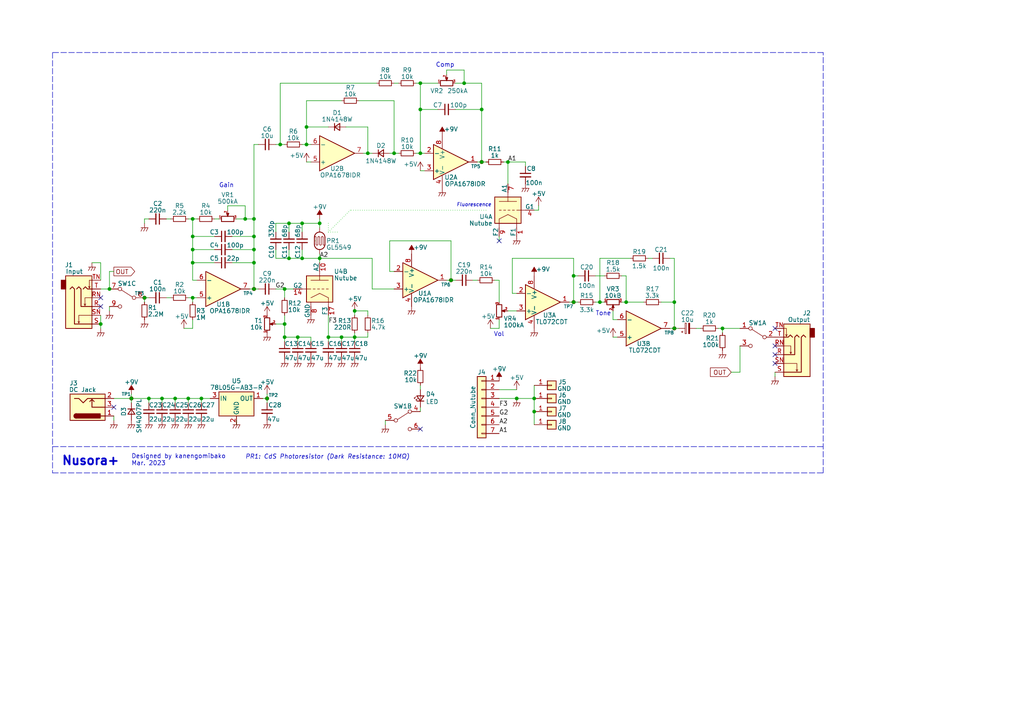
<source format=kicad_sch>
(kicad_sch (version 20230121) (generator eeschema)
  (paper "A4")
  (junction (at 130.81 81.28))
  (junction (at 134.62 24.13))
  (junction (at 106.68 44.45))
  (junction (at 99.06 97.79))
  (junction (at 86.36 97.79))
  (junction (at 121.92 44.45))
  (junction (at 38.1 115.57))
  (junction (at 73.66 83.82))
  (junction (at 114.3 44.45))
  (junction (at 50.8 115.57))
  (junction (at 55.88 76.2))
  (junction (at 83.82 74.93))
  (junction (at 82.55 97.79))
  (junction (at 139.7 46.99))
  (junction (at 87.63 74.93))
  (junction (at 71.12 63.5))
  (junction (at 92.71 64.77))
  (junction (at 87.63 64.77))
  (junction (at 121.92 24.13))
  (junction (at 41.91 86.36))
  (junction (at 54.61 115.57))
  (junction (at 154.94 119.38))
  (junction (at 58.42 115.57))
  (junction (at 81.28 41.91))
  (junction (at 209.55 95.25))
  (junction (at 88.9 36.83))
  (junction (at 195.58 95.25))
  (junction (at 121.92 31.75))
  (junction (at 166.37 80.01))
  (junction (at 82.55 93.98))
  (junction (at 46.99 115.57))
  (junction (at 166.37 87.63))
  (junction (at 73.66 68.58))
  (junction (at 102.87 97.79))
  (junction (at 55.88 68.58))
  (junction (at 31.75 83.82))
  (junction (at 88.9 41.91))
  (junction (at 83.82 64.77))
  (junction (at 82.55 83.82))
  (junction (at 181.61 87.63))
  (junction (at 55.88 63.5))
  (junction (at 173.99 87.63))
  (junction (at 55.88 86.36))
  (junction (at 77.47 115.57))
  (junction (at 147.32 46.99))
  (junction (at 29.21 93.98))
  (junction (at 102.87 90.17))
  (junction (at 95.25 97.79))
  (junction (at 55.88 72.39))
  (junction (at 73.66 63.5))
  (junction (at 73.66 76.2))
  (junction (at 154.94 115.57))
  (junction (at 43.18 115.57))
  (junction (at 149.86 115.57))
  (junction (at 195.58 87.63))
  (junction (at 73.66 72.39))
  (junction (at 139.7 31.75))
  (junction (at 92.71 74.93))
  (no_connect (at 29.21 86.36))
  (no_connect (at 29.21 88.9))
  (no_connect (at 144.78 69.85))
  (no_connect (at 224.79 105.41))
  (no_connect (at 224.79 100.33))
  (no_connect (at 224.79 95.25))
  (no_connect (at 224.79 102.87))
  (no_connect (at 121.92 124.46))
  (no_connect (at 33.02 118.11))
  (wire (pts (xy 80.01 93.98) (xy 82.55 93.98)))
  (wire (pts (xy 144.78 113.03) (xy 149.86 113.03)))
  (wire (pts (xy 121.92 24.13) (xy 120.65 24.13)))
  (wire (pts (xy 73.66 83.82) (xy 72.39 83.82)))
  (wire (pts (xy 154.94 60.96) (xy 156.21 60.96)))
  (wire (pts (xy 107.95 83.82) (xy 114.3 83.82)))
  (wire (pts (xy 29.21 91.44) (xy 29.21 93.98)))
  (wire (pts (xy 132.08 24.13) (xy 134.62 24.13)))
  (wire (pts (xy 127 31.75) (xy 121.92 31.75)))
  (wire (pts (xy 95.25 91.44) (xy 95.25 97.79)))
  (wire (pts (xy 172.72 87.63) (xy 173.99 87.63)))
  (wire (pts (xy 82.55 41.91) (xy 81.28 41.91)))
  (wire (pts (xy 68.58 121.92) (xy 68.58 123.19)))
  (wire (pts (xy 154.94 111.76) (xy 154.94 115.57)))
  (wire (pts (xy 48.26 63.5) (xy 49.53 63.5)))
  (wire (pts (xy 143.51 81.28) (xy 144.78 81.28)))
  (wire (pts (xy 55.88 68.58) (xy 62.23 68.58)))
  (wire (pts (xy 121.92 24.13) (xy 121.92 31.75)))
  (wire (pts (xy 114.3 24.13) (xy 115.57 24.13)))
  (wire (pts (xy 152.4 46.99) (xy 152.4 48.26)))
  (wire (pts (xy 139.7 24.13) (xy 134.62 24.13)))
  (wire (pts (xy 80.01 72.39) (xy 80.01 74.93)))
  (wire (pts (xy 55.88 76.2) (xy 62.23 76.2)))
  (wire (pts (xy 87.63 67.31) (xy 87.63 64.77)))
  (wire (pts (xy 165.1 87.63) (xy 166.37 87.63)))
  (wire (pts (xy 177.8 92.71) (xy 179.07 92.71)))
  (wire (pts (xy 102.87 97.79) (xy 106.68 97.79)))
  (wire (pts (xy 139.7 31.75) (xy 139.7 24.13)))
  (wire (pts (xy 54.61 115.57) (xy 58.42 115.57)))
  (wire (pts (xy 29.21 76.2) (xy 26.67 76.2)))
  (wire (pts (xy 73.66 68.58) (xy 73.66 72.39)))
  (wire (pts (xy 99.06 99.06) (xy 99.06 97.79)))
  (wire (pts (xy 73.66 83.82) (xy 74.93 83.82)))
  (wire (pts (xy 41.91 63.5) (xy 43.18 63.5)))
  (wire (pts (xy 88.9 36.83) (xy 88.9 41.91)))
  (wire (pts (xy 148.59 85.09) (xy 148.59 74.93)))
  (wire (pts (xy 106.68 36.83) (xy 106.68 44.45)))
  (wire (pts (xy 106.68 96.52) (xy 106.68 97.79)))
  (wire (pts (xy 67.31 76.2) (xy 73.66 76.2)))
  (wire (pts (xy 195.58 95.25) (xy 196.85 95.25)))
  (wire (pts (xy 154.94 119.38) (xy 154.94 123.19)))
  (wire (pts (xy 90.17 41.91) (xy 88.9 41.91)))
  (wire (pts (xy 134.62 20.32) (xy 134.62 24.13)))
  (wire (pts (xy 147.32 46.99) (xy 152.4 46.99)))
  (wire (pts (xy 138.43 81.28) (xy 137.16 81.28)))
  (wire (pts (xy 46.99 116.84) (xy 46.99 115.57)))
  (polyline (pts (xy 238.76 15.24) (xy 15.24 15.24)) (stroke (width 0) (type dash)))
  (wire (pts (xy 113.03 44.45) (xy 114.3 44.45)))
  (wire (pts (xy 209.55 95.25) (xy 214.63 95.25)))
  (wire (pts (xy 41.91 64.77) (xy 41.91 63.5)))
  (wire (pts (xy 68.58 63.5) (xy 71.12 63.5)))
  (wire (pts (xy 83.82 74.93) (xy 83.82 72.39)))
  (wire (pts (xy 120.65 44.45) (xy 121.92 44.45)))
  (wire (pts (xy 144.78 81.28) (xy 144.78 87.63)))
  (wire (pts (xy 214.63 107.95) (xy 212.09 107.95)))
  (wire (pts (xy 80.01 67.31) (xy 80.01 64.77)))
  (wire (pts (xy 88.9 41.91) (xy 87.63 41.91)))
  (polyline (pts (xy 101.6 60.96) (xy 95.25 67.31)) (stroke (width 0) (type dot) (color 0 194 0 1)))
  (wire (pts (xy 121.92 24.13) (xy 127 24.13)))
  (wire (pts (xy 71.12 59.69) (xy 71.12 63.5)))
  (wire (pts (xy 55.88 68.58) (xy 55.88 72.39)))
  (wire (pts (xy 29.21 81.28) (xy 29.21 76.2)))
  (wire (pts (xy 81.28 41.91) (xy 81.28 24.13)))
  (wire (pts (xy 181.61 87.63) (xy 186.69 87.63)))
  (wire (pts (xy 54.61 86.36) (xy 55.88 86.36)))
  (wire (pts (xy 106.68 91.44) (xy 106.68 90.17)))
  (wire (pts (xy 77.47 115.57) (xy 77.47 116.84)))
  (wire (pts (xy 149.86 115.57) (xy 154.94 115.57)))
  (wire (pts (xy 149.86 90.17) (xy 147.32 90.17)))
  (wire (pts (xy 177.8 97.79) (xy 179.07 97.79)))
  (wire (pts (xy 166.37 87.63) (xy 166.37 80.01)))
  (wire (pts (xy 139.7 46.99) (xy 140.97 46.99)))
  (wire (pts (xy 121.92 119.38) (xy 121.92 118.11)))
  (wire (pts (xy 50.8 115.57) (xy 46.99 115.57)))
  (wire (pts (xy 41.91 86.36) (xy 43.18 86.36)))
  (wire (pts (xy 147.32 46.99) (xy 147.32 53.34)))
  (wire (pts (xy 92.71 74.93) (xy 92.71 76.2)))
  (wire (pts (xy 100.33 36.83) (xy 106.68 36.83)))
  (wire (pts (xy 55.88 76.2) (xy 55.88 81.28)))
  (wire (pts (xy 66.04 59.69) (xy 71.12 59.69)))
  (wire (pts (xy 82.55 99.06) (xy 82.55 97.79)))
  (wire (pts (xy 132.08 31.75) (xy 139.7 31.75)))
  (wire (pts (xy 62.23 63.5) (xy 63.5 63.5)))
  (wire (pts (xy 115.57 44.45) (xy 114.3 44.45)))
  (wire (pts (xy 102.87 90.17) (xy 106.68 90.17)))
  (wire (pts (xy 76.2 115.57) (xy 77.47 115.57)))
  (wire (pts (xy 55.88 72.39) (xy 55.88 76.2)))
  (wire (pts (xy 55.88 86.36) (xy 57.15 86.36)))
  (wire (pts (xy 87.63 64.77) (xy 92.71 64.77)))
  (wire (pts (xy 57.15 63.5) (xy 55.88 63.5)))
  (wire (pts (xy 95.25 36.83) (xy 88.9 36.83)))
  (wire (pts (xy 95.25 97.79) (xy 99.06 97.79)))
  (wire (pts (xy 102.87 90.17) (xy 102.87 91.44)))
  (wire (pts (xy 81.28 24.13) (xy 109.22 24.13)))
  (polyline (pts (xy 140.97 60.96) (xy 101.6 60.96)) (stroke (width 0) (type dot) (color 0 194 0 1)))
  (wire (pts (xy 107.95 44.45) (xy 106.68 44.45)))
  (wire (pts (xy 102.87 97.79) (xy 102.87 99.06)))
  (wire (pts (xy 113.03 69.85) (xy 130.81 69.85)))
  (wire (pts (xy 55.88 92.71) (xy 55.88 95.25)))
  (wire (pts (xy 201.93 95.25) (xy 203.2 95.25)))
  (wire (pts (xy 50.8 116.84) (xy 50.8 115.57)))
  (wire (pts (xy 195.58 74.93) (xy 195.58 87.63)))
  (wire (pts (xy 121.92 111.76) (xy 121.92 113.03)))
  (wire (pts (xy 114.3 78.74) (xy 113.03 78.74)))
  (wire (pts (xy 130.81 81.28) (xy 132.08 81.28)))
  (wire (pts (xy 82.55 97.79) (xy 86.36 97.79)))
  (wire (pts (xy 71.12 63.5) (xy 73.66 63.5)))
  (wire (pts (xy 92.71 74.93) (xy 107.95 74.93)))
  (wire (pts (xy 173.99 74.93) (xy 173.99 87.63)))
  (wire (pts (xy 130.81 69.85) (xy 130.81 81.28)))
  (wire (pts (xy 31.75 78.74) (xy 31.75 83.82)))
  (wire (pts (xy 80.01 64.77) (xy 83.82 64.77)))
  (polyline (pts (xy 15.24 137.16) (xy 238.76 137.16)) (stroke (width 0) (type dash)))
  (wire (pts (xy 177.8 90.17) (xy 177.8 92.71)))
  (wire (pts (xy 80.01 83.82) (xy 82.55 83.82)))
  (wire (pts (xy 90.17 97.79) (xy 90.17 99.06)))
  (polyline (pts (xy 238.76 137.16) (xy 238.76 15.24)) (stroke (width 0) (type dash)))
  (wire (pts (xy 148.59 74.93) (xy 166.37 74.93)))
  (wire (pts (xy 83.82 67.31) (xy 83.82 64.77)))
  (wire (pts (xy 138.43 46.99) (xy 139.7 46.99)))
  (wire (pts (xy 167.64 87.63) (xy 166.37 87.63)))
  (wire (pts (xy 104.14 29.21) (xy 114.3 29.21)))
  (wire (pts (xy 38.1 115.57) (xy 38.1 116.84)))
  (polyline (pts (xy 91.44 69.85) (xy 91.44 69.85)) (stroke (width 0) (type dot) (color 0 194 0 1)))
  (wire (pts (xy 55.88 87.63) (xy 55.88 86.36)))
  (wire (pts (xy 180.34 87.63) (xy 181.61 87.63)))
  (wire (pts (xy 54.61 116.84) (xy 54.61 115.57)))
  (wire (pts (xy 33.02 78.74) (xy 31.75 78.74)))
  (wire (pts (xy 73.66 41.91) (xy 73.66 63.5)))
  (wire (pts (xy 209.55 95.25) (xy 208.28 95.25)))
  (wire (pts (xy 129.54 81.28) (xy 130.81 81.28)))
  (wire (pts (xy 41.91 87.63) (xy 41.91 86.36)))
  (wire (pts (xy 107.95 74.93) (xy 107.95 83.82)))
  (wire (pts (xy 114.3 29.21) (xy 114.3 44.45)))
  (wire (pts (xy 149.86 115.57) (xy 144.78 115.57)))
  (wire (pts (xy 146.05 46.99) (xy 147.32 46.99)))
  (wire (pts (xy 38.1 115.57) (xy 43.18 115.57)))
  (wire (pts (xy 29.21 83.82) (xy 31.75 83.82)))
  (wire (pts (xy 43.18 115.57) (xy 46.99 115.57)))
  (wire (pts (xy 144.78 69.85) (xy 144.78 68.58)))
  (wire (pts (xy 31.75 88.9) (xy 31.75 90.17)))
  (wire (pts (xy 166.37 74.93) (xy 166.37 80.01)))
  (wire (pts (xy 173.99 74.93) (xy 182.88 74.93)))
  (wire (pts (xy 82.55 83.82) (xy 82.55 86.36)))
  (wire (pts (xy 194.31 74.93) (xy 195.58 74.93)))
  (wire (pts (xy 129.54 21.59) (xy 129.54 20.32)))
  (wire (pts (xy 156.21 60.96) (xy 156.21 59.69)))
  (wire (pts (xy 180.34 80.01) (xy 181.61 80.01)))
  (wire (pts (xy 82.55 93.98) (xy 82.55 97.79)))
  (wire (pts (xy 33.02 120.65) (xy 33.02 121.92)))
  (wire (pts (xy 58.42 116.84) (xy 58.42 115.57)))
  (wire (pts (xy 214.63 100.33) (xy 214.63 107.95)))
  (wire (pts (xy 66.04 60.96) (xy 66.04 59.69)))
  (wire (pts (xy 29.21 93.98) (xy 29.21 95.25)))
  (wire (pts (xy 55.88 95.25) (xy 53.34 95.25)))
  (wire (pts (xy 38.1 114.3) (xy 38.1 115.57)))
  (wire (pts (xy 111.76 121.92) (xy 111.76 123.19)))
  (wire (pts (xy 166.37 80.01) (xy 167.64 80.01)))
  (wire (pts (xy 55.88 72.39) (xy 62.23 72.39)))
  (polyline (pts (xy 95.25 67.31) (xy 98.425 67.31)) (stroke (width 0) (type dot) (color 0 194 0 1)))
  (wire (pts (xy 99.06 97.79) (xy 102.87 97.79)))
  (wire (pts (xy 92.71 73.66) (xy 92.71 74.93)))
  (wire (pts (xy 73.66 76.2) (xy 73.66 83.82)))
  (wire (pts (xy 82.55 83.82) (xy 85.09 83.82)))
  (wire (pts (xy 113.03 69.85) (xy 113.03 78.74)))
  (wire (pts (xy 121.92 44.45) (xy 123.19 44.45)))
  (wire (pts (xy 144.78 92.71) (xy 144.78 95.25)))
  (wire (pts (xy 154.94 115.57) (xy 154.94 119.38)))
  (wire (pts (xy 86.36 99.06) (xy 86.36 97.79)))
  (wire (pts (xy 57.15 81.28) (xy 55.88 81.28)))
  (polyline (pts (xy 95.25 64.77) (xy 95.25 67.31)) (stroke (width 0) (type dot) (color 0 194 0 1)))
  (wire (pts (xy 195.58 87.63) (xy 195.58 95.25)))
  (wire (pts (xy 87.63 72.39) (xy 87.63 74.93)))
  (wire (pts (xy 175.26 87.63) (xy 173.99 87.63)))
  (wire (pts (xy 77.47 115.57) (xy 77.47 114.3)))
  (wire (pts (xy 73.66 72.39) (xy 67.31 72.39)))
  (polyline (pts (xy 15.24 15.24) (xy 15.24 137.16)) (stroke (width 0) (type dash)))
  (wire (pts (xy 121.92 49.53) (xy 123.19 49.53)))
  (wire (pts (xy 81.28 41.91) (xy 80.01 41.91)))
  (wire (pts (xy 149.86 85.09) (xy 148.59 85.09)))
  (wire (pts (xy 209.55 96.52) (xy 209.55 95.25)))
  (wire (pts (xy 54.61 115.57) (xy 50.8 115.57)))
  (wire (pts (xy 73.66 63.5) (xy 73.66 68.58)))
  (wire (pts (xy 43.18 116.84) (xy 43.18 115.57)))
  (polyline (pts (xy 15.24 129.54) (xy 238.76 129.54)) (stroke (width 0) (type dash)))
  (wire (pts (xy 189.23 74.93) (xy 187.96 74.93)))
  (wire (pts (xy 194.31 95.25) (xy 195.58 95.25)))
  (wire (pts (xy 86.36 97.79) (xy 90.17 97.79)))
  (wire (pts (xy 172.72 80.01) (xy 175.26 80.01)))
  (wire (pts (xy 99.06 29.21) (xy 88.9 29.21)))
  (wire (pts (xy 106.68 44.45) (xy 105.41 44.45)))
  (wire (pts (xy 54.61 63.5) (xy 55.88 63.5)))
  (wire (pts (xy 87.63 74.93) (xy 83.82 74.93)))
  (wire (pts (xy 88.9 29.21) (xy 88.9 36.83)))
  (wire (pts (xy 191.77 87.63) (xy 195.58 87.63)))
  (wire (pts (xy 74.93 41.91) (xy 73.66 41.91)))
  (wire (pts (xy 83.82 64.77) (xy 87.63 64.77)))
  (wire (pts (xy 144.78 95.25) (xy 142.24 95.25)))
  (wire (pts (xy 80.01 74.93) (xy 83.82 74.93)))
  (wire (pts (xy 139.7 46.99) (xy 139.7 31.75)))
  (wire (pts (xy 95.25 97.79) (xy 95.25 99.06)))
  (wire (pts (xy 129.54 20.32) (xy 134.62 20.32)))
  (wire (pts (xy 121.92 31.75) (xy 121.92 44.45)))
  (wire (pts (xy 73.66 72.39) (xy 73.66 76.2)))
  (wire (pts (xy 33.02 115.57) (xy 38.1 115.57)))
  (wire (pts (xy 87.63 74.93) (xy 92.71 74.93)))
  (wire (pts (xy 102.87 96.52) (xy 102.87 97.79)))
  (wire (pts (xy 48.26 86.36) (xy 49.53 86.36)))
  (wire (pts (xy 181.61 80.01) (xy 181.61 87.63)))
  (wire (pts (xy 82.55 91.44) (xy 82.55 93.98)))
  (wire (pts (xy 55.88 63.5) (xy 55.88 68.58)))
  (wire (pts (xy 90.17 46.99) (xy 88.9 46.99)))
  (wire (pts (xy 58.42 115.57) (xy 60.96 115.57)))
  (wire (pts (xy 92.71 64.77) (xy 92.71 66.04)))
  (wire (pts (xy 67.31 68.58) (xy 73.66 68.58)))
  (wire (pts (xy 92.71 63.5) (xy 92.71 64.77)))
  (wire (pts (xy 224.79 109.22) (xy 224.79 107.95)))
  (text "_{Fluorescence}" (at 132.3975 60.0075 0) (effects (font (size 1.27 1.27) italic) (justify left bottom)))
  (text "Vol" (at 143.1925 97.79 0) (effects (font (size 1.27 1.27)) (justify left bottom)))
  (text "Nusora+" (at 17.78 135.255 0) (effects (font (size 2.54 2.54) (thickness 0.508) bold) (justify left bottom)))
  (text "Gain" (at 63.5 54.61 0) (effects (font (size 1.27 1.27)) (justify left bottom)))
  (text "Designed by kanengomibako\nMar. 2023" (at 38.1 135.255 0) (effects (font (size 1.27 1.27)) (justify left bottom)))
  (text "PR1: CdS Photoresistor (Dark Resistance: 10MΩ)" (at 71.12 133.35 0) (effects (font (size 1.27 1.27) italic) (justify left bottom)))
  (text "Comp" (at 126.365 19.685 0) (effects (font (size 1.27 1.27)) (justify left bottom)))
  (text "Tone" (at 172.72 91.7575 0) (effects (font (size 1.27 1.27)) (justify left bottom)))
  (label "G2" (at 82.55 83.82 180))
  (label "A1" (at 144.78 125.73 0))
  (label "A2" (at 92.71 74.93 0))
  (label "F3" (at 144.78 118.11 0))
  (label "G2" (at 144.78 120.65 0))
  (label "A2" (at 144.78 123.19 0))
  (label "F3" (at 95.25 93.98 0))
  (label "A1" (at 147.32 46.99 0))
  (global_label "OUT" (shape output) (at 33.02 78.74 0) (property "Intersheetrefs" "${INTERSHEET_REFS}" (effects hide)))
  (global_label "OUT" (shape input) (at 212.09 107.95 180) (property "Intersheetrefs" "${INTERSHEET_REFS}" (effects hide)))
  (symbol (lib_id "Device:C_Small") (at 83.82 69.85 0) (mirror x) (unit 1)
    (property "Reference" "C11" (at 82.55 71.12 90) (effects (justify left)))
    (property "Value" "68p" (at 82.55 68.8975 90) (effects (justify right)))
    (property "Footprint" "Capacitor_SMD:C_0603_1608Metric" (effects hide))
    (property "Datasheet" "CL10C680JB8NNNC" (effects hide))
  )
  (symbol (lib_id "Connector:TestPoint_Small") (at 41.91 86.36 0) (unit 1)
    (property "Reference" "TP3" (at 39.0525 85.09 0) (effects (font (size 0.9525 0.9525)) (justify left)))
    (property "Value" "FX_IN" (effects hide))
    (property "Footprint" "myFoot:my_SmallestPad_0-6mmDrill" (effects hide))
  )
  (symbol (lib_name "GND_2") (lib_id "power:GND") (at 26.67 76.2 0) (unit 1)
    (property "Reference" "#PWR01" (effects hide))
    (property "Value" "GND" (effects hide))
  )
  (symbol (lib_id "power:+9V") (at 154.94 80.01 0) (unit 1)
    (property "Reference" "#PWR029" (effects hide))
    (property "Value" "+9V" (at 157.48 78.105 0))
  )
  (symbol (lib_id "myLib:SW_3PDT") (at 36.83 86.36 0) (mirror y) (unit 3)
    (property "Reference" "SW1" (at 36.83 82.2325 0))
    (property "Value" "SW_3PDT" (effects hide))
    (property "Footprint" "myFoot:my_sw_3pdt_fujisoku" (effects hide))
  )
  (symbol (lib_id "power:+5V") (at 102.87 90.17 0) (unit 1)
    (property "Reference" "#PWR023" (effects hide))
    (property "Value" "+5V" (at 102.87 86.6775 0))
  )
  (symbol (lib_name "GND_2") (lib_id "power:GND") (at 54.61 121.92 0) (unit 1)
    (property "Reference" "#PWR040" (effects hide))
    (property "Value" "GND" (effects hide))
  )
  (symbol (lib_name "GND_2") (lib_id "power:GND") (at 102.87 104.14 0) (unit 1)
    (property "Reference" "#PWR024" (effects hide))
    (property "Value" "GND" (effects hide))
  )
  (symbol (lib_id "Connector_Generic:Conn_01x07") (at 139.7 118.11 0) (mirror y) (unit 1)
    (property "Reference" "J4" (at 139.7 107.95 0))
    (property "Value" "Conn_Nutube" (at 137.16 118.11 90))
    (property "Footprint" "Connector_PinHeader_2.54mm:PinHeader_1x07_P2.54mm_Vertical" (effects hide))
  )
  (symbol (lib_id "Connector:TestPoint_Small") (at 38.1 115.57 0) (unit 1)
    (property "Reference" "TP1" (at 35.2425 114.3 0) (effects (font (size 0.9525 0.9525)) (justify left)))
    (property "Value" "+9V" (effects hide))
    (property "Footprint" "myFoot:my_SmallestPad_0-6mmDrill" (effects hide))
  )
  (symbol (lib_id "Amplifier_Operational:TL072") (at 121.92 81.28 0) (mirror x) (unit 1)
    (property "Reference" "U1" (at 123.19 85.09 0))
    (property "Value" "OPA1678IDR" (at 125.73 86.995 0))
    (property "Footprint" "myFoot:SOIC-8_3.9x4.9mm_P1.27mm_rotate" (effects hide))
    (property "Datasheet" "OPA1678IDR" (effects hide))
  )
  (symbol (lib_name "GND_2") (lib_id "power:GND") (at 90.17 104.14 0) (unit 1)
    (property "Reference" "#PWR019" (effects hide))
    (property "Value" "GND" (effects hide))
  )
  (symbol (lib_id "Device:R_Small") (at 177.8 80.01 90) (unit 1)
    (property "Reference" "R18" (at 177.8 76.2 90))
    (property "Value" "1.5k" (at 177.8 78.105 90))
    (property "Footprint" "Resistor_SMD:R_0603_1608Metric" (effects hide))
    (property "Datasheet" "0603WAF1501T5E" (effects hide))
  )
  (symbol (lib_name "GND_2") (lib_id "power:GND") (at 86.36 104.14 0) (unit 1)
    (property "Reference" "#PWR017" (effects hide))
    (property "Value" "GND" (effects hide))
  )
  (symbol (lib_id "Regulator_Linear:L78L05_SOT89") (at 68.58 115.57 0) (unit 1)
    (property "Reference" "U5" (at 68.58 110.49 0))
    (property "Value" "78L05G-AB3-R" (at 68.58 112.395 0))
    (property "Footprint" "myFoot:SOT-89-3-rotate" (effects hide))
    (property "Datasheet" "78L05G-AB3-R" (effects hide))
  )
  (symbol (lib_name "GND_2") (lib_id "power:GND") (at 68.58 121.92 0) (unit 1)
    (property "Reference" "#PWR042" (effects hide))
    (property "Value" "GND" (effects hide))
  )
  (symbol (lib_id "Connector_Generic:Conn_01x01") (at 160.02 123.19 0) (unit 1)
    (property "Reference" "J8" (at 161.925 122.2375 0) (effects (justify left)))
    (property "Value" "GND" (at 161.6075 124.1425 0) (effects (justify left)))
    (property "Footprint" "Connector_PinHeader_2.54mm:PinHeader_1x01_P2.54mm_Vertical" (effects hide))
  )
  (symbol (lib_id "power:+5V") (at 156.21 59.69 0) (mirror y) (unit 1)
    (property "Reference" "#PWR013" (effects hide))
    (property "Value" "+5V" (at 156.21 56.1975 0))
  )
  (symbol (lib_id "Device:R_Small") (at 170.18 87.63 90) (unit 1)
    (property "Reference" "R15" (at 170.18 85.725 90))
    (property "Value" "3.3k" (at 170.18 89.8525 90))
    (property "Footprint" "Resistor_SMD:R_0603_1608Metric" (effects hide))
    (property "Datasheet" "0603WAF3301T5E" (effects hide))
  )
  (symbol (lib_id "power:+5V") (at 77.47 91.44 0) (unit 1)
    (property "Reference" "#PWR014" (effects hide))
    (property "Value" "+5V" (at 77.47 87.9475 0))
  )
  (symbol (lib_id "Amplifier_Operational:TL072") (at 186.69 95.25 0) (mirror x) (unit 2)
    (property "Reference" "U3" (at 186.69 99.695 0))
    (property "Value" "TL072CDT" (at 187.0075 101.6 0))
    (property "Footprint" "myFoot:SOIC-8_3.9x4.9mm_P1.27mm_rotate" (effects hide))
    (property "Datasheet" "TL072CDT" (effects hide))
  )
  (symbol (lib_name "GND_2") (lib_id "power:GND") (at 99.06 104.14 0) (unit 1)
    (property "Reference" "#PWR022" (effects hide))
    (property "Value" "GND" (effects hide))
  )
  (symbol (lib_id "Connector_Generic:Conn_01x01") (at 160.02 111.76 0) (unit 1)
    (property "Reference" "J5" (at 161.925 110.8075 0) (effects (justify left)))
    (property "Value" "GND" (at 161.6075 112.7125 0) (effects (justify left)))
    (property "Footprint" "Connector_PinHeader_2.54mm:PinHeader_1x01_P2.54mm_Vertical" (effects hide))
  )
  (symbol (lib_id "Device:R_Small") (at 52.07 63.5 90) (unit 1)
    (property "Reference" "R5" (at 52.07 59.69 90))
    (property "Value" "2.2k" (at 52.07 61.595 90))
    (property "Footprint" "Resistor_SMD:R_0603_1608Metric" (effects hide))
    (property "Datasheet" "0603WAF2201T5E" (effects hide))
  )
  (symbol (lib_id "Device:C_Small") (at 77.47 41.91 270) (unit 1)
    (property "Reference" "C6" (at 77.47 37.465 90))
    (property "Value" "10u" (at 77.47 39.37 90))
    (property "Footprint" "Capacitor_SMD:C_1206_3216Metric" (effects hide))
    (property "Datasheet" "CL31A106KBHNNNE" (effects hide))
  )
  (symbol (lib_id "Device:C_Small") (at 82.55 101.6 0) (unit 1)
    (property "Reference" "C13" (at 82.55 99.695 0) (effects (justify left)))
    (property "Value" "47u" (at 82.55 103.8225 0) (effects (justify left)))
    (property "Footprint" "Capacitor_SMD:C_1206_3216Metric" (effects hide))
    (property "Datasheet" "CL31A476MPHNNNE" (effects hide))
  )
  (symbol (lib_id "Device:C_Small") (at 80.01 69.85 0) (mirror x) (unit 1)
    (property "Reference" "C10" (at 78.74 71.12 90) (effects (justify left)))
    (property "Value" "330p" (at 78.74 68.8975 90) (effects (justify right)))
    (property "Footprint" "Capacitor_SMD:C_0603_1608Metric" (effects hide))
    (property "Datasheet" "CL10C331JB8NNNC" (effects hide))
  )
  (symbol (lib_id "Device:C_Small") (at 90.17 101.6 0) (unit 1)
    (property "Reference" "C15" (at 90.17 99.695 0) (effects (justify left)))
    (property "Value" "47u" (at 90.17 103.8225 0) (effects (justify left)))
    (property "Footprint" "Capacitor_SMD:C_1206_3216Metric" (effects hide))
    (property "Datasheet" "CL31A476MPHNNNE" (effects hide))
  )
  (symbol (lib_id "Amplifier_Operational:TL072") (at 64.77 83.82 0) (mirror x) (unit 2)
    (property "Reference" "U1" (at 64.77 88.265 0))
    (property "Value" "OPA1678IDR" (at 66.675 90.17 0))
    (property "Footprint" "myFoot:SOIC-8_3.9x4.9mm_P1.27mm_rotate" (effects hide))
    (property "Datasheet" "OPA1678IDR" (effects hide))
  )
  (symbol (lib_name "GND_2") (lib_id "power:GND") (at 77.47 96.52 0) (unit 1)
    (property "Reference" "#PWR015" (effects hide))
    (property "Value" "GND" (effects hide))
  )
  (symbol (lib_id "Connector:TestPoint_Small") (at 195.58 95.25 0) (unit 1)
    (property "Reference" "TP8" (at 192.7225 96.52 0) (effects (font (size 0.9525 0.9525)) (justify left)))
    (property "Value" "U3B_OUT" (effects hide))
    (property "Footprint" "myFoot:my_SmallestPad_0-6mmDrill" (effects hide))
  )
  (symbol (lib_name "GND_2") (lib_id "power:GND") (at 38.1 121.92 0) (unit 1)
    (property "Reference" "#PWR036" (effects hide))
    (property "Value" "GND" (effects hide))
  )
  (symbol (lib_id "Device:R_Small") (at 121.92 109.22 0) (mirror y) (unit 1)
    (property "Reference" "R22" (at 120.9675 108.2675 0) (effects (justify left)))
    (property "Value" "10k" (at 120.9675 110.1725 0) (effects (justify left)))
    (property "Footprint" "Resistor_SMD:R_0603_1608Metric" (effects hide))
    (property "Datasheet" "0603WAF1002T5E" (effects hide))
  )
  (symbol (lib_name "GND_2") (lib_id "power:GND") (at 149.86 115.57 0) (unit 1)
    (property "Reference" "#PWR048" (effects hide))
    (property "Value" "GND" (effects hide))
  )
  (symbol (lib_id "Device:C_Small") (at 64.77 68.58 90) (mirror x) (unit 1)
    (property "Reference" "C3" (at 63.5 67.31 90) (effects (justify left)))
    (property "Value" "100p" (at 65.7225 67.31 90) (effects (justify right)))
    (property "Footprint" "Capacitor_SMD:C_0603_1608Metric" (effects hide))
    (property "Datasheet" "CL10C101JB8NNNC" (effects hide))
  )
  (symbol (lib_id "Device:D_Small") (at 38.1 119.38 90) (mirror x) (unit 1)
    (property "Reference" "D3" (at 35.8775 119.38 0))
    (property "Value" "SM4007PL" (at 40.3225 120.65 0))
    (property "Footprint" "Diode_SMD:D_SOD-123F" (effects hide))
    (property "Datasheet" "SM4007PL" (effects hide))
  )
  (symbol (lib_name "GND_2") (lib_id "power:GND") (at 128.27 54.61 0) (unit 1)
    (property "Reference" "#PWR010" (effects hide))
    (property "Value" "GND" (effects hide))
  )
  (symbol (lib_id "Device:C_Small") (at 45.72 63.5 270) (unit 1)
    (property "Reference" "C2" (at 45.72 59.055 90))
    (property "Value" "220n" (at 45.72 60.96 90))
    (property "Footprint" "Capacitor_SMD:C_1206_3216Metric" (effects hide))
    (property "Datasheet" "GRM31C5C1H224JE02L" (effects hide))
  )
  (symbol (lib_id "power:+5V") (at 77.47 114.3 0) (unit 1)
    (property "Reference" "#PWR043" (effects hide))
    (property "Value" "+5V" (at 77.47 110.8075 0))
  )
  (symbol (lib_id "Device:R_Small") (at 106.68 93.98 0) (unit 1)
    (property "Reference" "R16" (at 107.6325 93.0275 0) (effects (justify left)))
    (property "Value" "4.7k" (at 107.6325 94.9325 0) (effects (justify left)))
    (property "Footprint" "Resistor_SMD:R_0603_1608Metric" (effects hide))
    (property "Datasheet" "0603WAF4701T5E" (effects hide))
  )
  (symbol (lib_name "GND_2") (lib_id "power:GND") (at 41.91 92.71 0) (unit 1)
    (property "Reference" "#PWR05" (effects hide))
    (property "Value" "GND" (effects hide))
  )
  (symbol (lib_id "Device:C_Small") (at 129.54 31.75 90) (mirror x) (unit 1)
    (property "Reference" "C7" (at 128.27 30.48 90) (effects (justify left)))
    (property "Value" "100p" (at 130.4925 30.48 90) (effects (justify right)))
    (property "Footprint" "Capacitor_SMD:C_0603_1608Metric" (effects hide))
    (property "Datasheet" "CL10C101JB8NNNC" (effects hide))
  )
  (symbol (lib_name "GND_2") (lib_id "power:GND") (at 43.18 121.92 0) (unit 1)
    (property "Reference" "#PWR037" (effects hide))
    (property "Value" "GND" (effects hide))
  )
  (symbol (lib_id "power:+5V") (at 53.34 95.25 0) (unit 1)
    (property "Reference" "#PWR06" (effects hide))
    (property "Value" "+5V" (at 52.705 91.7575 0))
  )
  (symbol (lib_name "GND_2") (lib_id "power:GND") (at 41.91 64.77 0) (unit 1)
    (property "Reference" "#PWR04" (effects hide))
    (property "Value" "GND" (effects hide))
  )
  (symbol (lib_id "Amplifier_Operational:TL072") (at 121.92 81.28 0) (unit 3)
    (property "Reference" "U1" (effects hide))
    (property "Value" "OPA1678IDR" (effects hide))
    (property "Footprint" "myFoot:SOIC-8_3.9x4.9mm_P1.27mm_rotate" (effects hide))
    (property "Datasheet" "OPA1678IDR" (effects hide))
  )
  (symbol (lib_id "Device:C_Small") (at 77.47 119.38 0) (unit 1)
    (property "Reference" "C28" (at 77.7875 117.475 0) (effects (justify left)))
    (property "Value" "47u" (at 77.47 121.6025 0) (effects (justify left)))
    (property "Footprint" "Capacitor_SMD:C_1206_3216Metric" (effects hide))
    (property "Datasheet" "CL31A476MPHNNNE" (effects hide))
  )
  (symbol (lib_id "Device:R_Potentiometer_Small") (at 177.8 87.63 90) (mirror x) (unit 1)
    (property "Reference" "VR3" (at 177.8 83.82 90))
    (property "Value" "10kB" (at 177.8 85.725 90))
    (property "Footprint" "myFoot:my_pot123" (effects hide))
  )
  (symbol (lib_id "Connector:AudioJack3_Switch") (at 229.87 102.87 180) (unit 1)
    (property "Reference" "J2" (at 233.9975 90.805 0))
    (property "Value" "Output" (at 234.95 92.71 0) (effects (justify left)))
    (property "Footprint" "myFoot:my_Phone_Jack_Daier" (effects hide))
  )
  (symbol (lib_id "power:+5V") (at 177.8 97.79 0) (unit 1)
    (property "Reference" "#PWR031" (effects hide))
    (property "Value" "+5V" (at 174.9425 95.885 0))
  )
  (symbol (lib_id "Device:D_Small") (at 110.49 44.45 0) (mirror x) (unit 1)
    (property "Reference" "D2" (at 110.49 42.2275 0))
    (property "Value" "1N4148W" (at 110.49 46.6725 0))
    (property "Footprint" "Diode_SMD:D_SOD-123" (effects hide))
    (property "Datasheet" "1N4148W" (effects hide))
  )
  (symbol (lib_id "Device:C_Small") (at 54.61 119.38 0) (unit 1)
    (property "Reference" "C26" (at 54.61 117.475 0) (effects (justify left)))
    (property "Value" "22u" (at 54.61 121.6025 0) (effects (justify left)))
    (property "Footprint" "Capacitor_SMD:C_0805_2012Metric" (effects hide))
    (property "Datasheet" "CL21A226MAQNNNE" (effects hide))
  )
  (symbol (lib_id "Device:R_Small") (at 140.97 81.28 90) (unit 1)
    (property "Reference" "R14" (at 140.97 77.47 90))
    (property "Value" "10k" (at 140.97 79.375 90))
    (property "Footprint" "Resistor_SMD:R_0603_1608Metric" (effects hide))
    (property "Datasheet" "0603WAF1002T5E" (effects hide))
  )
  (symbol (lib_id "Device:C_Small") (at 87.63 69.85 0) (mirror x) (unit 1)
    (property "Reference" "C12" (at 86.36 71.12 90) (effects (justify left)))
    (property "Value" "68p" (at 86.36 68.8975 90) (effects (justify right)))
    (property "Footprint" "Capacitor_SMD:C_0603_1608Metric" (effects hide))
    (property "Datasheet" "CL10C680JB8NNNC" (effects hide))
  )
  (symbol (lib_id "myLib:SW_3PDT") (at 116.84 121.92 0) (unit 2)
    (property "Reference" "SW1" (at 116.84 117.7925 0))
    (property "Value" "SW_3PDT" (effects hide))
    (property "Footprint" "myFoot:my_sw_3pdt_fujisoku" (effects hide))
  )
  (symbol (lib_id "Device:C_Small") (at 64.77 76.2 90) (mirror x) (unit 1)
    (property "Reference" "C5" (at 63.5 74.93 90) (effects (justify left)))
    (property "Value" "22p" (at 65.7225 74.93 90) (effects (justify right)))
    (property "Footprint" "Capacitor_SMD:C_0603_1608Metric" (effects hide))
    (property "Datasheet" "CL10C220JB8NNNC" (effects hide))
  )
  (symbol (lib_name "GND_2") (lib_id "power:GND") (at 46.99 121.92 0) (unit 1)
    (property "Reference" "#PWR038" (effects hide))
    (property "Value" "GND" (effects hide))
  )
  (symbol (lib_id "Device:R_Small") (at 59.69 63.5 90) (unit 1)
    (property "Reference" "R4" (at 59.69 59.69 90))
    (property "Value" "10k" (at 59.69 61.595 90))
    (property "Footprint" "Resistor_SMD:R_0603_1608Metric" (effects hide))
    (property "Datasheet" "0603WAF1002T5E" (effects hide))
  )
  (symbol (lib_id "myLib:Nutube_6P1") (at 92.71 83.82 0) (unit 2) (on_board no)
    (property "Reference" "U4" (at 96.8375 78.74 0) (effects (justify left)))
    (property "Value" "Nutube" (at 96.8375 80.645 0) (effects (justify left)))
    (property "Footprint" "myFoot:Nutube_small" (effects hide))
  )
  (symbol (lib_id "Device:C_Small") (at 191.77 74.93 270) (unit 1)
    (property "Reference" "C21" (at 191.77 72.39 90))
    (property "Value" "100n" (at 191.77 77.7875 90))
    (property "Footprint" "Capacitor_SMD:C_1206_3216Metric" (effects hide))
    (property "Datasheet" "GRM31C5C1H104JA01K" (effects hide))
  )
  (symbol (lib_id "power:+9V") (at 144.78 110.49 0) (unit 1)
    (property "Reference" "#PWR027" (effects hide))
    (property "Value" "+9V" (at 144.78 106.9975 0))
  )
  (symbol (lib_id "power:+9V") (at 38.1 114.3 0) (unit 1)
    (property "Reference" "#PWR035" (effects hide))
    (property "Value" "+9V" (at 38.1 110.8075 0))
  )
  (symbol (lib_id "Device:C_Small") (at 64.77 72.39 90) (mirror x) (unit 1)
    (property "Reference" "C4" (at 63.5 71.12 90) (effects (justify left)))
    (property "Value" "100p" (at 65.7225 71.12 90) (effects (justify right)))
    (property "Footprint" "Capacitor_SMD:C_0603_1608Metric" (effects hide))
    (property "Datasheet" "CL10C101JB8NNNC" (effects hide))
  )
  (symbol (lib_id "Device:C_Small") (at 50.8 119.38 0) (unit 1)
    (property "Reference" "C25" (at 50.8 117.475 0) (effects (justify left)))
    (property "Value" "22u" (at 50.8 121.6025 0) (effects (justify left)))
    (property "Footprint" "Capacitor_SMD:C_0805_2012Metric" (effects hide))
    (property "Datasheet" "CL21A226MAQNNNE" (effects hide))
  )
  (symbol (lib_id "Connector:TestPoint_Small") (at 77.47 115.57 180) (unit 1)
    (property "Reference" "TP2" (at 80.645 114.6175 0) (effects (font (size 0.9525 0.9525)) (justify left)))
    (property "Value" "+5V" (effects hide))
    (property "Footprint" "myFoot:my_SmallestPad_0-6mmDrill" (effects hide))
  )
  (symbol (lib_id "Device:R_Small") (at 189.23 87.63 90) (unit 1)
    (property "Reference" "R17" (at 189.23 83.82 90))
    (property "Value" "3.3k" (at 189.23 85.725 90))
    (property "Footprint" "Resistor_SMD:R_0603_1608Metric" (effects hide))
    (property "Datasheet" "0603WAF3301T5E" (effects hide))
  )
  (symbol (lib_id "power:+5V") (at 88.9 46.99 0) (unit 1)
    (property "Reference" "#PWR07" (effects hide))
    (property "Value" "+5V" (at 86.0425 45.085 0))
  )
  (symbol (lib_id "Connector_Generic:Conn_01x01") (at 160.02 119.38 0) (unit 1)
    (property "Reference" "J7" (at 161.925 118.4275 0) (effects (justify left)))
    (property "Value" "GND" (at 161.6075 120.3325 0) (effects (justify left)))
    (property "Footprint" "Connector_PinHeader_2.54mm:PinHeader_1x01_P2.54mm_Vertical" (effects hide))
  )
  (symbol (lib_name "GND_2") (lib_id "power:GND") (at 29.21 95.25 0) (unit 1)
    (property "Reference" "#PWR02" (effects hide))
    (property "Value" "GND" (effects hide))
  )
  (symbol (lib_id "Device:R_Small") (at 205.74 95.25 90) (unit 1)
    (property "Reference" "R20" (at 205.74 91.44 90))
    (property "Value" "1k" (at 205.74 93.345 90))
    (property "Footprint" "Resistor_SMD:R_0805_2012Metric" (effects hide))
    (property "Datasheet" "0805W8F1001T5E" (effects hide))
  )
  (symbol (lib_id "Device:R_Potentiometer_Small") (at 77.47 93.98 0) (mirror x) (unit 1)
    (property "Reference" "T1" (at 76.2 93.0275 0) (effects (justify right)))
    (property "Value" "10k" (at 76.2 94.9325 0) (effects (justify right)))
    (property "Footprint" "myFoot:my_trim2" (effects hide))
  )
  (symbol (lib_id "Device:R_Small") (at 85.09 41.91 90) (unit 1)
    (property "Reference" "R6" (at 85.09 38.1 90))
    (property "Value" "10k" (at 85.09 40.005 90))
    (property "Footprint" "Resistor_SMD:R_0603_1608Metric" (effects hide))
    (property "Datasheet" "0603WAF1002T5E" (effects hide))
  )
  (symbol (lib_name "GND_2") (lib_id "power:GND") (at 149.86 68.58 0) (unit 1)
    (property "Reference" "#PWR011" (effects hide))
    (property "Value" "GND" (effects hide))
  )
  (symbol (lib_name "GND_2") (lib_id "power:GND") (at 31.75 90.17 0) (unit 1)
    (property "Reference" "#PWR03" (effects hide))
    (property "Value" "GND" (effects hide))
  )
  (symbol (lib_id "Amplifier_Operational:TL072") (at 157.48 87.63 0) (unit 3)
    (property "Reference" "U3" (effects hide))
    (property "Value" "TL072CDT" (effects hide))
    (property "Footprint" "myFoot:SOIC-8_3.9x4.9mm_P1.27mm_rotate" (effects hide))
    (property "Datasheet" "TL072CDT" (effects hide))
  )
  (symbol (lib_id "Device:R_Small") (at 185.42 74.93 90) (unit 1)
    (property "Reference" "R19" (at 185.42 73.025 90))
    (property "Value" "1.5k" (at 185.42 77.1525 90))
    (property "Footprint" "Resistor_SMD:R_0603_1608Metric" (effects hide))
    (property "Datasheet" "0603WAF1501T5E" (effects hide))
  )
  (symbol (lib_name "GND_2") (lib_id "power:GND") (at 95.25 104.14 0) (unit 1)
    (property "Reference" "#PWR021" (effects hide))
    (property "Value" "GND" (effects hide))
  )
  (symbol (lib_name "GND_2") (lib_id "power:GND") (at 33.02 121.92 0) (unit 1)
    (property "Reference" "#PWR034" (effects hide))
    (property "Value" "GND" (effects hide))
  )
  (symbol (lib_name "GND_2") (lib_id "power:GND") (at 77.47 121.92 0) (unit 1)
    (property "Reference" "#PWR044" (effects hide))
    (property "Value" "GND" (effects hide))
  )
  (symbol (lib_id "Connector:TestPoint_Small") (at 139.7 46.99 180) (unit 1)
    (property "Reference" "TP5" (at 139.3825 48.26 0) (effects (font (size 0.9525 0.9525)) (justify left)))
    (property "Value" "U2B_OUT" (effects hide))
    (property "Footprint" "myFoot:my_SmallestPad_0-6mmDrill" (effects hide))
  )
  (symbol (lib_id "Device:C_Small") (at 102.87 101.6 0) (unit 1)
    (property "Reference" "C18" (at 102.87 99.695 0) (effects (justify left)))
    (property "Value" "47u" (at 102.87 103.8225 0) (effects (justify left)))
    (property "Footprint" "Capacitor_SMD:C_1206_3216Metric" (effects hide))
    (property "Datasheet" "CL31A476MPHNNNE" (effects hide))
  )
  (symbol (lib_id "Amplifier_Operational:TL072") (at 157.48 87.63 0) (mirror x) (unit 1)
    (property "Reference" "U3" (at 159.385 91.44 0))
    (property "Value" "TL072CDT" (at 160.02 93.345 0))
    (property "Footprint" "myFoot:SOIC-8_3.9x4.9mm_P1.27mm_rotate" (effects hide))
    (property "Datasheet" "TL072CDT" (effects hide))
  )
  (symbol (lib_name "GND_2") (lib_id "power:GND") (at 58.42 121.92 0) (unit 1)
    (property "Reference" "#PWR041" (effects hide))
    (property "Value" "GND" (effects hide))
  )
  (symbol (lib_id "Device:R_Small") (at 102.87 93.98 0) (mirror y) (unit 1)
    (property "Reference" "R13" (at 101.9175 93.0275 0) (effects (justify left)))
    (property "Value" "220R" (at 101.9175 94.9325 0) (effects (justify left)))
    (property "Footprint" "Resistor_SMD:R_0805_2012Metric" (effects hide))
    (property "Datasheet" "0805W8F2200T5E" (effects hide))
  )
  (symbol (lib_name "GND_2") (lib_id "power:GND") (at 90.17 91.44 0) (unit 1)
    (property "Reference" "#PWR018" (effects hide))
    (property "Value" "GND" (effects hide))
  )
  (symbol (lib_id "Connector:TestPoint_Small") (at 130.81 81.28 0) (unit 1)
    (property "Reference" "TP6" (at 127.9525 82.55 0) (effects (font (size 0.9525 0.9525)) (justify left)))
    (property "Value" "U1A_OUT" (effects hide))
    (property "Footprint" "myFoot:my_SmallestPad_0-6mmDrill" (effects hide))
  )
  (symbol (lib_name "GND_2") (lib_id "power:GND") (at 111.76 123.19 0) (unit 1)
    (property "Reference" "#PWR045" (effects hide))
    (property "Value" "GND" (effects hide))
  )
  (symbol (lib_id "Amplifier_Operational:TL072") (at 97.79 44.45 0) (mirror x) (unit 2)
    (property "Reference" "U2" (at 97.79 48.895 0))
    (property "Value" "OPA1678IDR" (at 98.7425 50.8 0))
    (property "Footprint" "myFoot:SOIC-8_3.9x4.9mm_P1.27mm_rotate" (effects hide))
    (property "Datasheet" "OPA1678IDR" (effects hide))
  )
  (symbol (lib_name "GND_2") (lib_id "power:GND") (at 50.8 121.92 0) (unit 1)
    (property "Reference" "#PWR039" (effects hide))
    (property "Value" "GND" (effects hide))
  )
  (symbol (lib_id "myLib:SW_3PDT") (at 219.71 97.79 0) (mirror y) (unit 1)
    (property "Reference" "SW1" (at 219.71 93.6625 0))
    (property "Value" "SW_3PDT" (effects hide))
    (property "Footprint" "myFoot:my_sw_3pdt_fujisoku" (effects hide))
  )
  (symbol (lib_id "power:+5V") (at 121.92 49.53 0) (unit 1)
    (property "Reference" "#PWR08" (effects hide))
    (property "Value" "+5V" (at 119.0625 47.625 0))
  )
  (symbol (lib_id "Device:R_Potentiometer_Small") (at 66.04 63.5 90) (unit 1)
    (property "Reference" "VR1" (at 66.04 56.515 90))
    (property "Value" "500kA" (at 66.04 58.42 90))
    (property "Footprint" "myFoot:my_pot123" (effects hide))
  )
  (symbol (lib_id "Connector:TestPoint_Small") (at 166.37 87.63 0) (unit 1)
    (property "Reference" "TP7" (at 163.5125 88.9 0) (effects (font (size 0.9525 0.9525)) (justify left)))
    (property "Value" "U3A_OUT" (effects hide))
    (property "Footprint" "myFoot:my_SmallestPad_0-6mmDrill" (effects hide))
  )
  (symbol (lib_id "Device:C_Polarized_Small") (at 199.39 95.25 90) (unit 1)
    (property "Reference" "C22" (at 199.39 90.805 90))
    (property "Value" "10u" (at 199.39 92.71 90))
    (property "Footprint" "Capacitor_Tantalum_SMD:CP_EIA-3216-18_Kemet-A" (effects hide))
    (property "Datasheet" "TAJA106K016RNJ" (effects hide))
  )
  (symbol (lib_id "Device:R_Potentiometer_Small") (at 129.54 24.13 90) (unit 1)
    (property "Reference" "VR2" (at 126.6825 26.3525 90))
    (property "Value" "250kA" (at 132.715 26.3525 90))
    (property "Footprint" "myFoot:my_pot123" (effects hide))
  )
  (symbol (lib_id "Device:C_Small") (at 99.06 101.6 0) (unit 1)
    (property "Reference" "C17" (at 99.06 99.695 0) (effects (justify left)))
    (property "Value" "47u" (at 99.06 103.8225 0) (effects (justify left)))
    (property "Footprint" "Capacitor_SMD:C_1206_3216Metric" (effects hide))
    (property "Datasheet" "CL31A476MPHNNNE" (effects hide))
  )
  (symbol (lib_id "Device:C_Small") (at 152.4 50.8 0) (unit 1)
    (property "Reference" "C8" (at 152.7175 48.895 0) (effects (justify left)))
    (property "Value" "100n" (at 152.4 53.0225 0) (effects (justify left)))
    (property "Footprint" "Capacitor_SMD:C_1206_3216Metric" (effects hide))
    (property "Datasheet" "GRM31C5C1H104JA01K" (effects hide))
  )
  (symbol (lib_id "Device:C_Small") (at 77.47 83.82 270) (unit 1)
    (property "Reference" "C9" (at 77.47 79.375 90))
    (property "Value" "220n" (at 77.47 81.28 90))
    (property "Footprint" "Capacitor_SMD:C_1206_3216Metric" (effects hide))
    (property "Datasheet" "GRM31C5C1H224JE02L" (effects hide))
  )
  (symbol (lib_id "Connector:TestPoint_Small") (at 73.66 83.82 180) (unit 1)
    (property "Reference" "TP4" (at 73.3425 85.09 0) (effects (font (size 0.9525 0.9525)) (justify left)))
    (property "Value" "U1B_OUT" (effects hide))
    (property "Footprint" "myFoot:my_SmallestPad_0-6mmDrill" (effects hide))
  )
  (symbol (lib_id "power:+9V") (at 92.71 63.5 0) (unit 1)
    (property "Reference" "#PWR020" (effects hide))
    (property "Value" "+9V" (at 92.71 60.0075 0))
  )
  (symbol (lib_id "power:+5V") (at 149.86 113.03 0) (unit 1)
    (property "Reference" "#PWR047" (effects hide))
    (property "Value" "+5V" (at 149.86 109.5375 0))
  )
  (symbol (lib_id "Connector_Generic:Conn_01x01") (at 160.02 115.57 0) (unit 1)
    (property "Reference" "J6" (at 161.925 114.6175 0) (effects (justify left)))
    (property "Value" "GND" (at 161.6075 116.5225 0) (effects (justify left)))
    (property "Footprint" "Connector_PinHeader_2.54mm:PinHeader_1x01_P2.54mm_Vertical" (effects hide))
  )
  (symbol (lib_id "Connector:AudioJack3_Switch") (at 24.13 88.9 0) (mirror x) (unit 1)
    (property "Reference" "J1" (at 20.0025 76.835 0))
    (property "Value" "Input" (at 19.05 78.74 0) (effects (justify left)))
    (property "Footprint" "myFoot:my_Phone_Jack_Daier" (effects hide))
  )
  (symbol (lib_id "Device:C_Small") (at 170.18 80.01 270) (unit 1)
    (property "Reference" "C20" (at 170.18 77.47 90))
    (property "Value" "100n" (at 170.18 82.8675 90))
    (property "Footprint" "Capacitor_SMD:C_1206_3216Metric" (effects hide))
    (property "Datasheet" "GRM31C5C1H104JA01K" (effects hide))
  )
  (symbol (lib_id "Device:R_Small") (at 118.11 24.13 90) (unit 1)
    (property "Reference" "R9" (at 118.11 20.32 90))
    (property "Value" "10k" (at 118.11 22.225 90))
    (property "Footprint" "Resistor_SMD:R_0603_1608Metric" (effects hide))
    (property "Datasheet" "0603WAF1002T5E" (effects hide))
  )
  (symbol (lib_name "GND_2") (lib_id "power:GND") (at 209.55 101.6 0) (unit 1)
    (property "Reference" "#PWR032" (effects hide))
    (property "Value" "GND" (effects hide))
  )
  (symbol (lib_name "GND_2") (lib_id "power:GND") (at 152.4 53.34 0) (unit 1)
    (property "Reference" "#PWR012" (effects hide))
    (property "Value" "GND" (effects hide))
  )
  (symbol (lib_id "Device:R_Small") (at 118.11 44.45 90) (unit 1)
    (property "Reference" "R10" (at 118.11 40.64 90))
    (property "Value" "10k" (at 118.11 42.545 90))
    (property "Footprint" "Resistor_SMD:R_0603_1608Metric" (effects hide))
    (property "Datasheet" "0603WAF1002T5E" (effects hide))
  )
  (symbol (lib_id "Device:C_Small") (at 46.99 119.38 0) (unit 1)
    (property "Reference" "C24" (at 46.99 117.475 0) (effects (justify left)))
    (property "Value" "22u" (at 46.99 121.6025 0) (effects (justify left)))
    (property "Footprint" "Capacitor_SMD:C_0805_2012Metric" (effects hide))
    (property "Datasheet" "CL21A226MAQNNNE" (effects hide))
  )
  (symbol (lib_name "GND_2") (lib_id "power:GND") (at 119.38 88.9 0) (unit 1)
    (property "Reference" "#PWR026" (effects hide))
    (property "Value" "GND" (effects hide))
  )
  (symbol (lib_id "Device:R_Potentiometer_Small") (at 144.78 90.17 0) (mirror x) (unit 1)
    (property "Reference" "VR4" (at 146.05 92.3925 0) (effects (justify left)))
    (property "Value" "100kA" (at 146.05 94.2975 0) (effects (justify left)))
    (property "Footprint" "myFoot:my_pot123" (effects hide))
  )
  (symbol (lib_id "Connector:Barrel_Jack_Switch") (at 25.4 118.11 0) (mirror x) (unit 1)
    (property "Reference" "J3" (at 22.5425 111.125 0) (effects (justify right)))
    (property "Value" "DC Jack" (at 27.94 113.03 0) (effects (justify right)))
    (property "Footprint" "myFoot:my_DC_Jack" (effects hide))
  )
  (symbol (lib_id "power:+9V") (at 128.27 39.37 0) (unit 1)
    (property "Reference" "#PWR09" (effects hide))
    (property "Value" "+9V" (at 130.81 37.465 0))
  )
  (symbol (lib_id "Device:R_Small") (at 143.51 46.99 90) (unit 1)
    (property "Reference" "R11" (at 143.51 43.18 90))
    (property "Value" "1k" (at 143.51 45.085 90))
    (property "Footprint" "Resistor_SMD:R_0805_2012Metric" (effects hide))
    (property "Datasheet" "0805W8F1001T5E" (effects hide))
  )
  (symbol (lib_id "Device:R_Small") (at 82.55 88.9 0) (unit 1)
    (property "Reference" "R12" (at 83.5025 87.9475 0) (effects (justify left)))
    (property "Value" "10k" (at 83.5025 89.8525 0) (effects (justify left)))
    (property "Footprint" "Resistor_SMD:R_0603_1608Metric" (effects hide))
    (property "Datasheet" "0603WAF1002T5E" (effects hide))
  )
  (symbol (lib_id "Device:R_Small") (at 101.6 29.21 90) (unit 1)
    (property "Reference" "R7" (at 101.6 25.4 90))
    (property "Value" "10k" (at 101.6 27.305 90))
    (property "Footprint" "Resistor_SMD:R_0603_1608Metric" (effects hide))
    (property "Datasheet" "0603WAF1002T5E" (effects hide))
  )
  (symbol (lib_id "Amplifier_Operational:TL072") (at 130.81 46.99 0) (mirror x) (unit 1)
    (property "Reference" "U2" (at 130.81 51.435 0))
    (property "Value" "OPA1678IDR" (at 134.9375 53.34 0))
    (property "Footprint" "myFoot:SOIC-8_3.9x4.9mm_P1.27mm_rotate" (effects hide))
    (property "Datasheet" "OPA1678IDR" (effects hide))
  )
  (symbol (lib_id "Device:LED_Small") (at 121.92 115.57 90) (unit 1)
    (property "Reference" "D4" (at 123.5075 114.3 90) (effects (justify right)))
    (property "Value" "LED" (at 123.5075 116.5225 90) (effects (justify right)))
    (property "Footprint" "myFoot:my_LED_3mm" (effects hide))
  )
  (symbol (lib_id "Device:R_Small") (at 52.07 86.36 90) (unit 1)
    (property "Reference" "R2" (at 52.07 82.55 90))
    (property "Value" "10k" (at 52.07 84.455 90))
    (property "Footprint" "Resistor_SMD:R_0603_1608Metric" (effects hide))
    (property "Datasheet" "0603WAF1002T5E" (effects hide))
  )
  (symbol (lib_id "Device:C_Small") (at 86.36 101.6 0) (unit 1)
    (property "Reference" "C14" (at 86.36 99.695 0) (effects (justify left)))
    (property "Value" "47u" (at 86.36 103.8225 0) (effects (justify left)))
    (property "Footprint" "Capacitor_SMD:C_1206_3216Metric" (effects hide))
    (property "Datasheet" "CL31A476MPHNNNE" (effects hide))
  )
  (symbol (lib_name "GND_2") (lib_id "power:GND") (at 82.55 104.14 0) (unit 1)
    (property "Reference" "#PWR016" (effects hide))
    (property "Value" "GND" (effects hide))
  )
  (symbol (lib_id "power:+5V") (at 142.24 95.25 0) (unit 1)
    (property "Reference" "#PWR028" (effects hide))
    (property "Value" "+5V" (at 141.605 91.7575 0))
  )
  (symbol (lib_id "Device:C_Small") (at 58.42 119.38 0) (unit 1)
    (property "Reference" "C27" (at 58.42 117.475 0) (effects (justify left)))
    (property "Value" "22u" (at 58.42 121.6025 0) (effects (justify left)))
    (property "Footprint" "Capacitor_SMD:C_0805_2012Metric" (effects hide))
    (property "Datasheet" "CL21A226MAQNNNE" (effects hide))
  )
  (symbol (lib_id "Device:R_Small") (at 209.55 99.06 0) (mirror y) (unit 1)
    (property "Reference" "R21" (at 208.5975 98.1075 0) (effects (justify left)))
    (property "Value" "100k" (at 208.5975 100.0125 0) (effects (justify left)))
    (property "Footprint" "Resistor_SMD:R_0603_1608Metric" (effects hide))
    (property "Datasheet" "0603WAF1003T5E" (effects hide))
  )
  (symbol (lib_id "myLib:Nutube_6P1") (at 147.32 60.96 0) (mirror y) (unit 1) (on_board no)
    (property "Reference" "U4" (at 142.875 62.865 0) (effects (justify left)))
    (property "Value" "Nutube" (at 142.875 64.77 0) (effects (justify left)))
    (property "Footprint" "myFoot:Nutube_small" (effects hide))
  )
  (symbol (lib_id "power:+9V") (at 119.38 73.66 0) (unit 1)
    (property "Reference" "#PWR025" (effects hide))
    (property "Value" "+9V" (at 121.92 71.755 0))
  )
  (symbol (lib_id "Device:R_Small") (at 41.91 90.17 0) (unit 1)
    (property "Reference" "R1" (at 42.8625 89.2175 0) (effects (justify left)))
    (property "Value" "2.2M" (at 42.8625 91.1225 0) (effects (justify left)))
    (property "Footprint" "Resistor_SMD:R_0603_1608Metric" (effects hide))
    (property "Datasheet" "0603WAF2204T5E" (effects hide))
  )
  (symbol (lib_name "GND_2") (lib_id "power:GND") (at 154.94 95.25 0) (unit 1)
    (property "Reference" "#PWR030" (effects hide))
    (property "Value" "GND" (effects hide))
  )
  (symbol (lib_name "GND_2") (lib_id "power:GND") (at 224.79 109.22 0) (unit 1)
    (property "Reference" "#PWR033" (effects hide))
    (property "Value" "GND" (effects hide))
  )
  (symbol (lib_id "Device:C_Small") (at 134.62 81.28 270) (unit 1)
    (property "Reference" "C19" (at 134.62 76.835 90))
    (property "Value" "220n" (at 134.62 78.74 90))
    (property "Footprint" "Capacitor_SMD:C_1206_3216Metric" (effects hide))
    (property "Datasheet" "GRM31C5C1H224JE02L" (effects hide))
  )
  (symbol (lib_id "Device:C_Small") (at 43.18 119.38 0) (unit 1)
    (property "Reference" "C23" (at 43.18 117.475 0) (effects (justify left)))
    (property "Value" "22u" (at 43.18 121.6025 0) (effects (justify left)))
    (property "Footprint" "Capacitor_SMD:C_0805_2012Metric" (effects hide))
    (property "Datasheet" "CL21A226MAQNNNE" (effects hide))
  )
  (symbol (lib_id "Device:R_Small") (at 111.76 24.13 90) (unit 1)
    (property "Reference" "R8" (at 111.76 20.32 90))
    (property "Value" "10k" (at 111.76 22.225 90))
    (property "Footprint" "Resistor_SMD:R_0603_1608Metric" (effects hide))
    (property "Datasheet" "0603WAF1002T5E" (effects hide))
  )
  (symbol (lib_id "Device:C_Small") (at 45.72 86.36 270) (unit 1)
    (property "Reference" "C1" (at 45.72 81.915 90))
    (property "Value" "100n" (at 45.72 83.82 90))
    (property "Footprint" "Capacitor_SMD:C_1206_3216Metric" (effects hide))
    (property "Datasheet" "GRM31C5C1H104JA01K" (effects hide))
  )
  (symbol (lib_id "Device:D_Small") (at 97.79 36.83 0) (mirror x) (unit 1)
    (property "Reference" "D1" (at 97.79 32.7025 0))
    (property "Value" "1N4148W" (at 97.79 34.6075 0))
    (property "Footprint" "Diode_SMD:D_SOD-123" (effects hide))
    (property "Datasheet" "1N4148W" (effects hide))
  )
  (symbol (lib_id "Amplifier_Operational:TL072") (at 130.81 46.99 0) (unit 3)
    (property "Reference" "U2" (effects hide))
    (property "Value" "OPA1678IDR" (effects hide))
    (property "Footprint" "myFoot:SOIC-8_3.9x4.9mm_P1.27mm_rotate" (effects hide))
    (property "Datasheet" "OPA1678IDR" (effects hide))
  )
  (symbol (lib_id "Device:R_Small") (at 55.88 90.17 0) (unit 1)
    (property "Reference" "R3" (at 56.8325 90.17 0) (effects (justify left)))
    (property "Value" "1M" (at 56.8325 92.075 0) (effects (justify left)))
    (property "Footprint" "Resistor_SMD:R_0603_1608Metric" (effects hide))
    (property "Datasheet" "0603WAF1004T5E" (effects hide))
  )
  (symbol (lib_id "Device:C_Small") (at 95.25 101.6 0) (unit 1)
    (property "Reference" "C16" (at 95.25 99.695 0) (effects (justify left)))
    (property "Value" "47u" (at 95.25 103.8225 0) (effects (justify left)))
    (property "Footprint" "Capacitor_SMD:C_1206_3216Metric" (effects hide))
    (property "Datasheet" "CL31A476MPHNNNE" (effects hide))
  )
  (symbol (lib_id "myLib:Cds") (at 92.71 69.85 0) (mirror x) (unit 1) (on_board no)
    (property "Reference" "PR1" (at 94.615 69.85 0) (effects (justify left)))
    (property "Value" "GL5549" (at 94.615 71.755 0) (effects (justify left)))
    (property "Footprint" "myFoot:my_C_NP_P2.50mm" (effects hide))
  )
  (symbol (lib_id "power:+9V") (at 121.92 106.68 0) (unit 1)
    (property "Reference" "#PWR046" (effects hide))
    (property "Value" "+9V" (at 121.92 103.1875 0))
  )
)
</source>
